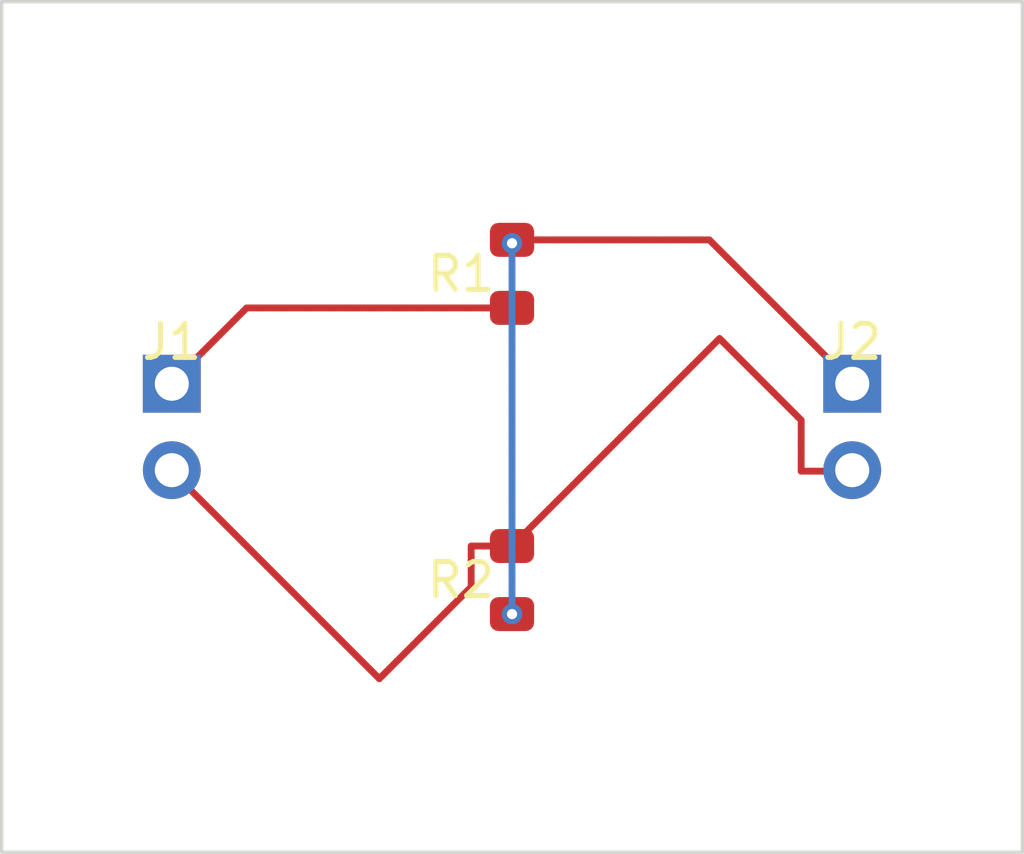
<source format=kicad_pcb>
(kicad_pcb (version 20240108) (generator "kicad-tools-demo") (generator_version "8.0")
  (layers (0 "F.Cu" signal) (31 "B.Cu" signal) (34 "B.Paste" user) (35 "F.Paste" user) (36 "B.SilkS" user "B.Silkscreen") (37 "F.SilkS" user "F.Silkscreen") (38 "B.Mask" user) (39 "F.Mask" user) (44 "Edge.Cuts" user))
  (net 0 "")
  (net 1 "VIN")
  (net 2 "VOUT")
  (net 3 "GND")
  (gr_rect (start 100.0 100.0) (end 130.0 125.0) (stroke (width 0.1)) (fill none) (layer "Edge.Cuts"))
  (footprint "Connector_PinHeader_2.54mm:PinHeader_1x02_P2.54mm_Vertical" (layer "F.Cu") (at 105.0 112.5)
    (fp_text reference "J1" (at 0 -2.5) (layer "F.SilkS"))
    (fp_text value "Conn_01x02")
    (pad "1" thru_hole rect (at 0 -1.270) (size 1.7 1.7) (drill 1.0) (layers "*.Cu" "*.Mask") (net 1 "VIN"))
    (pad "2" thru_hole oval (at 0 1.270) (size 1.7 1.7) (drill 1.0) (layers "*.Cu" "*.Mask") (net 3 "GND"))
  )
  (footprint "Resistor_SMD:R_0805_2012Metric" (layer "F.Cu") (at 115.0 108.0 90)
    (fp_text reference "R1" (at 0 -1.5) (layer "F.SilkS"))
    (fp_text value "10k")
    (pad "1" smd roundrect (at -1.0 0 90) (size 1.0 1.3) (layers "F.Cu" "F.Paste" "F.Mask") (net 1 "VIN"))
    (pad "2" smd roundrect (at 1.0 0 90) (size 1.0 1.3) (layers "F.Cu" "F.Paste" "F.Mask") (net 2 "VOUT"))
  )
  (footprint "Resistor_SMD:R_0805_2012Metric" (layer "F.Cu") (at 115.0 117.0 90)
    (fp_text reference "R2" (at 0 -1.5) (layer "F.SilkS"))
    (fp_text value "10k")
    (pad "1" smd roundrect (at -1.0 0 90) (size 1.0 1.3) (layers "F.Cu" "F.Paste" "F.Mask") (net 2 "VOUT"))
    (pad "2" smd roundrect (at 1.0 0 90) (size 1.0 1.3) (layers "F.Cu" "F.Paste" "F.Mask") (net 3 "GND"))
  )
  (footprint "Connector_PinHeader_2.54mm:PinHeader_1x02_P2.54mm_Vertical" (layer "F.Cu") (at 125.0 112.5)
    (fp_text reference "J2" (at 0 -2.5) (layer "F.SilkS"))
    (fp_text value "Conn_01x02")
    (pad "1" thru_hole rect (at 0 -1.270) (size 1.7 1.7) (drill 1.0) (layers "*.Cu" "*.Mask") (net 2 "VOUT"))
    (pad "2" thru_hole oval (at 0 1.270) (size 1.7 1.7) (drill 1.0) (layers "*.Cu" "*.Mask") (net 3 "GND"))
  )
  (segment (start 105.0000 113.7700) (end 105.0000 113.8000) (width 0.2) (layer "F.Cu") (net 3))
  (segment (start 105.0000 113.8000) (end 105.1000 113.9000) (width 0.2) (layer "F.Cu") (net 3))
  (segment (start 105.1000 113.9000) (end 105.2000 114.0000) (width 0.2) (layer "F.Cu") (net 3))
  (segment (start 105.2000 114.0000) (end 105.3000 114.1000) (width 0.2) (layer "F.Cu") (net 3))
  (segment (start 105.3000 114.1000) (end 105.4000 114.2000) (width 0.2) (layer "F.Cu") (net 3))
  (segment (start 105.4000 114.2000) (end 105.5000 114.3000) (width 0.2) (layer "F.Cu") (net 3))
  (segment (start 105.5000 114.3000) (end 105.6000 114.4000) (width 0.2) (layer "F.Cu") (net 3))
  (segment (start 105.6000 114.4000) (end 105.7000 114.5000) (width 0.2) (layer "F.Cu") (net 3))
  (segment (start 105.7000 114.5000) (end 105.8000 114.6000) (width 0.2) (layer "F.Cu") (net 3))
  (segment (start 105.8000 114.6000) (end 105.9000 114.7000) (width 0.2) (layer "F.Cu") (net 3))
  (segment (start 105.9000 114.7000) (end 106.0000 114.8000) (width 0.2) (layer "F.Cu") (net 3))
  (segment (start 106.0000 114.8000) (end 106.1000 114.9000) (width 0.2) (layer "F.Cu") (net 3))
  (segment (start 106.1000 114.9000) (end 106.2000 115.0000) (width 0.2) (layer "F.Cu") (net 3))
  (segment (start 106.2000 115.0000) (end 106.3000 115.1000) (width 0.2) (layer "F.Cu") (net 3))
  (segment (start 106.3000 115.1000) (end 106.4000 115.2000) (width 0.2) (layer "F.Cu") (net 3))
  (segment (start 106.4000 115.2000) (end 106.5000 115.3000) (width 0.2) (layer "F.Cu") (net 3))
  (segment (start 106.5000 115.3000) (end 106.6000 115.4000) (width 0.2) (layer "F.Cu") (net 3))
  (segment (start 106.6000 115.4000) (end 106.7000 115.5000) (width 0.2) (layer "F.Cu") (net 3))
  (segment (start 106.7000 115.5000) (end 106.8000 115.6000) (width 0.2) (layer "F.Cu") (net 3))
  (segment (start 106.8000 115.6000) (end 106.9000 115.7000) (width 0.2) (layer "F.Cu") (net 3))
  (segment (start 106.9000 115.7000) (end 107.0000 115.8000) (width 0.2) (layer "F.Cu") (net 3))
  (segment (start 107.0000 115.8000) (end 107.1000 115.9000) (width 0.2) (layer "F.Cu") (net 3))
  (segment (start 107.1000 115.9000) (end 107.2000 116.0000) (width 0.2) (layer "F.Cu") (net 3))
  (segment (start 107.2000 116.0000) (end 107.3000 116.1000) (width 0.2) (layer "F.Cu") (net 3))
  (segment (start 107.3000 116.1000) (end 107.4000 116.2000) (width 0.2) (layer "F.Cu") (net 3))
  (segment (start 107.4000 116.2000) (end 107.5000 116.3000) (width 0.2) (layer "F.Cu") (net 3))
  (segment (start 107.5000 116.3000) (end 107.6000 116.4000) (width 0.2) (layer "F.Cu") (net 3))
  (segment (start 107.6000 116.4000) (end 107.7000 116.5000) (width 0.2) (layer "F.Cu") (net 3))
  (segment (start 107.7000 116.5000) (end 107.8000 116.6000) (width 0.2) (layer "F.Cu") (net 3))
  (segment (start 107.8000 116.6000) (end 107.9000 116.7000) (width 0.2) (layer "F.Cu") (net 3))
  (segment (start 107.9000 116.7000) (end 108.0000 116.8000) (width 0.2) (layer "F.Cu") (net 3))
  (segment (start 108.0000 116.8000) (end 108.1000 116.9000) (width 0.2) (layer "F.Cu") (net 3))
  (segment (start 108.1000 116.9000) (end 108.2000 117.0000) (width 0.2) (layer "F.Cu") (net 3))
  (segment (start 108.2000 117.0000) (end 108.3000 117.1000) (width 0.2) (layer "F.Cu") (net 3))
  (segment (start 108.3000 117.1000) (end 108.4000 117.2000) (width 0.2) (layer "F.Cu") (net 3))
  (segment (start 108.4000 117.2000) (end 108.5000 117.3000) (width 0.2) (layer "F.Cu") (net 3))
  (segment (start 108.5000 117.3000) (end 108.6000 117.4000) (width 0.2) (layer "F.Cu") (net 3))
  (segment (start 108.6000 117.4000) (end 108.7000 117.5000) (width 0.2) (layer "F.Cu") (net 3))
  (segment (start 108.7000 117.5000) (end 108.8000 117.6000) (width 0.2) (layer "F.Cu") (net 3))
  (segment (start 108.8000 117.6000) (end 108.9000 117.7000) (width 0.2) (layer "F.Cu") (net 3))
  (segment (start 108.9000 117.7000) (end 109.0000 117.8000) (width 0.2) (layer "F.Cu") (net 3))
  (segment (start 109.0000 117.8000) (end 109.1000 117.9000) (width 0.2) (layer "F.Cu") (net 3))
  (segment (start 109.1000 117.9000) (end 109.2000 118.0000) (width 0.2) (layer "F.Cu") (net 3))
  (segment (start 109.2000 118.0000) (end 109.3000 118.1000) (width 0.2) (layer "F.Cu") (net 3))
  (segment (start 109.3000 118.1000) (end 109.4000 118.2000) (width 0.2) (layer "F.Cu") (net 3))
  (segment (start 109.4000 118.2000) (end 109.5000 118.3000) (width 0.2) (layer "F.Cu") (net 3))
  (segment (start 109.5000 118.3000) (end 109.6000 118.4000) (width 0.2) (layer "F.Cu") (net 3))
  (segment (start 109.6000 118.4000) (end 109.7000 118.5000) (width 0.2) (layer "F.Cu") (net 3))
  (segment (start 109.7000 118.5000) (end 109.8000 118.6000) (width 0.2) (layer "F.Cu") (net 3))
  (segment (start 109.8000 118.6000) (end 109.9000 118.7000) (width 0.2) (layer "F.Cu") (net 3))
  (segment (start 109.9000 118.7000) (end 110.0000 118.8000) (width 0.2) (layer "F.Cu") (net 3))
  (segment (start 110.0000 118.8000) (end 110.1000 118.9000) (width 0.2) (layer "F.Cu") (net 3))
  (segment (start 110.1000 118.9000) (end 110.2000 119.0000) (width 0.2) (layer "F.Cu") (net 3))
  (segment (start 110.2000 119.0000) (end 110.3000 119.1000) (width 0.2) (layer "F.Cu") (net 3))
  (segment (start 110.3000 119.1000) (end 110.4000 119.2000) (width 0.2) (layer "F.Cu") (net 3))
  (segment (start 110.4000 119.2000) (end 110.5000 119.3000) (width 0.2) (layer "F.Cu") (net 3))
  (segment (start 110.5000 119.3000) (end 110.6000 119.4000) (width 0.2) (layer "F.Cu") (net 3))
  (segment (start 110.6000 119.4000) (end 110.7000 119.5000) (width 0.2) (layer "F.Cu") (net 3))
  (segment (start 110.7000 119.5000) (end 110.8000 119.6000) (width 0.2) (layer "F.Cu") (net 3))
  (segment (start 110.8000 119.6000) (end 110.9000 119.7000) (width 0.2) (layer "F.Cu") (net 3))
  (segment (start 110.9000 119.7000) (end 111.0000 119.8000) (width 0.2) (layer "F.Cu") (net 3))
  (segment (start 111.0000 119.8000) (end 111.1000 119.9000) (width 0.2) (layer "F.Cu") (net 3))
  (segment (start 111.1000 119.9000) (end 111.2000 119.8000) (width 0.2) (layer "F.Cu") (net 3))
  (segment (start 111.2000 119.8000) (end 111.3000 119.7000) (width 0.2) (layer "F.Cu") (net 3))
  (segment (start 111.3000 119.7000) (end 111.4000 119.6000) (width 0.2) (layer "F.Cu") (net 3))
  (segment (start 111.4000 119.6000) (end 111.5000 119.5000) (width 0.2) (layer "F.Cu") (net 3))
  (segment (start 111.5000 119.5000) (end 111.6000 119.4000) (width 0.2) (layer "F.Cu") (net 3))
  (segment (start 111.6000 119.4000) (end 111.7000 119.3000) (width 0.2) (layer "F.Cu") (net 3))
  (segment (start 111.7000 119.3000) (end 111.8000 119.2000) (width 0.2) (layer "F.Cu") (net 3))
  (segment (start 111.8000 119.2000) (end 111.9000 119.1000) (width 0.2) (layer "F.Cu") (net 3))
  (segment (start 111.9000 119.1000) (end 112.0000 119.0000) (width 0.2) (layer "F.Cu") (net 3))
  (segment (start 112.0000 119.0000) (end 112.1000 118.9000) (width 0.2) (layer "F.Cu") (net 3))
  (segment (start 112.1000 118.9000) (end 112.2000 118.8000) (width 0.2) (layer "F.Cu") (net 3))
  (segment (start 112.2000 118.8000) (end 112.3000 118.7000) (width 0.2) (layer "F.Cu") (net 3))
  (segment (start 112.3000 118.7000) (end 112.4000 118.6000) (width 0.2) (layer "F.Cu") (net 3))
  (segment (start 112.4000 118.6000) (end 112.5000 118.5000) (width 0.2) (layer "F.Cu") (net 3))
  (segment (start 112.5000 118.5000) (end 112.6000 118.4000) (width 0.2) (layer "F.Cu") (net 3))
  (segment (start 112.6000 118.4000) (end 112.7000 118.3000) (width 0.2) (layer "F.Cu") (net 3))
  (segment (start 112.7000 118.3000) (end 112.8000 118.2000) (width 0.2) (layer "F.Cu") (net 3))
  (segment (start 112.8000 118.2000) (end 112.9000 118.1000) (width 0.2) (layer "F.Cu") (net 3))
  (segment (start 112.9000 118.1000) (end 113.0000 118.0000) (width 0.2) (layer "F.Cu") (net 3))
  (segment (start 113.0000 118.0000) (end 113.1000 117.9000) (width 0.2) (layer "F.Cu") (net 3))
  (segment (start 113.1000 117.9000) (end 113.2000 117.8000) (width 0.2) (layer "F.Cu") (net 3))
  (segment (start 113.2000 117.8000) (end 113.3000 117.7000) (width 0.2) (layer "F.Cu") (net 3))
  (segment (start 113.3000 117.7000) (end 113.4000 117.6000) (width 0.2) (layer "F.Cu") (net 3))
  (segment (start 113.4000 117.6000) (end 113.5000 117.5000) (width 0.2) (layer "F.Cu") (net 3))
  (segment (start 113.5000 117.5000) (end 113.6000 117.4000) (width 0.2) (layer "F.Cu") (net 3))
  (segment (start 113.6000 117.4000) (end 113.7000 117.3000) (width 0.2) (layer "F.Cu") (net 3))
  (segment (start 113.7000 117.3000) (end 113.8000 117.2000) (width 0.2) (layer "F.Cu") (net 3))
  (segment (start 113.8000 117.2000) (end 113.8000 117.1000) (width 0.2) (layer "F.Cu") (net 3))
  (segment (start 113.8000 117.1000) (end 113.8000 117.0000) (width 0.2) (layer "F.Cu") (net 3))
  (segment (start 113.8000 117.0000) (end 113.8000 116.9000) (width 0.2) (layer "F.Cu") (net 3))
  (segment (start 113.8000 116.9000) (end 113.8000 116.8000) (width 0.2) (layer "F.Cu") (net 3))
  (segment (start 113.8000 116.8000) (end 113.8000 116.7000) (width 0.2) (layer "F.Cu") (net 3))
  (segment (start 113.8000 116.7000) (end 113.8000 116.6000) (width 0.2) (layer "F.Cu") (net 3))
  (segment (start 113.8000 116.6000) (end 113.8000 116.5000) (width 0.2) (layer "F.Cu") (net 3))
  (segment (start 113.8000 116.5000) (end 113.8000 116.4000) (width 0.2) (layer "F.Cu") (net 3))
  (segment (start 113.8000 116.4000) (end 113.8000 116.3000) (width 0.2) (layer "F.Cu") (net 3))
  (segment (start 113.8000 116.3000) (end 113.8000 116.2000) (width 0.2) (layer "F.Cu") (net 3))
  (segment (start 113.8000 116.2000) (end 113.8000 116.1000) (width 0.2) (layer "F.Cu") (net 3))
  (segment (start 113.8000 116.1000) (end 113.8000 116.0000) (width 0.2) (layer "F.Cu") (net 3))
  (segment (start 113.8000 116.0000) (end 113.9000 116.0000) (width 0.2) (layer "F.Cu") (net 3))
  (segment (start 113.9000 116.0000) (end 114.0000 116.0000) (width 0.2) (layer "F.Cu") (net 3))
  (segment (start 114.0000 116.0000) (end 114.1000 116.0000) (width 0.2) (layer "F.Cu") (net 3))
  (segment (start 114.1000 116.0000) (end 114.2000 116.0000) (width 0.2) (layer "F.Cu") (net 3))
  (segment (start 114.2000 116.0000) (end 114.3000 116.0000) (width 0.2) (layer "F.Cu") (net 3))
  (segment (start 114.3000 116.0000) (end 114.4000 116.0000) (width 0.2) (layer "F.Cu") (net 3))
  (segment (start 114.4000 116.0000) (end 114.5000 116.0000) (width 0.2) (layer "F.Cu") (net 3))
  (segment (start 114.5000 116.0000) (end 114.6000 116.0000) (width 0.2) (layer "F.Cu") (net 3))
  (segment (start 114.6000 116.0000) (end 114.7000 116.0000) (width 0.2) (layer "F.Cu") (net 3))
  (segment (start 114.7000 116.0000) (end 114.8000 116.0000) (width 0.2) (layer "F.Cu") (net 3))
  (segment (start 114.8000 116.0000) (end 114.9000 116.0000) (width 0.2) (layer "F.Cu") (net 3))
  (segment (start 114.9000 116.0000) (end 115.0000 116.0000) (width 0.2) (layer "F.Cu") (net 3))
  (segment (start 115.0000 116.0000) (end 115.1000 115.9000) (width 0.2) (layer "F.Cu") (net 3))
  (segment (start 115.1000 115.9000) (end 115.2000 115.8000) (width 0.2) (layer "F.Cu") (net 3))
  (segment (start 115.2000 115.8000) (end 115.3000 115.7000) (width 0.2) (layer "F.Cu") (net 3))
  (segment (start 115.3000 115.7000) (end 115.4000 115.6000) (width 0.2) (layer "F.Cu") (net 3))
  (segment (start 115.4000 115.6000) (end 115.5000 115.5000) (width 0.2) (layer "F.Cu") (net 3))
  (segment (start 115.5000 115.5000) (end 115.6000 115.4000) (width 0.2) (layer "F.Cu") (net 3))
  (segment (start 115.6000 115.4000) (end 115.7000 115.3000) (width 0.2) (layer "F.Cu") (net 3))
  (segment (start 115.7000 115.3000) (end 115.8000 115.2000) (width 0.2) (layer "F.Cu") (net 3))
  (segment (start 115.8000 115.2000) (end 115.9000 115.1000) (width 0.2) (layer "F.Cu") (net 3))
  (segment (start 115.9000 115.1000) (end 116.0000 115.0000) (width 0.2) (layer "F.Cu") (net 3))
  (segment (start 116.0000 115.0000) (end 116.1000 114.9000) (width 0.2) (layer "F.Cu") (net 3))
  (segment (start 116.1000 114.9000) (end 116.2000 114.8000) (width 0.2) (layer "F.Cu") (net 3))
  (segment (start 116.2000 114.8000) (end 116.3000 114.7000) (width 0.2) (layer "F.Cu") (net 3))
  (segment (start 116.3000 114.7000) (end 116.4000 114.6000) (width 0.2) (layer "F.Cu") (net 3))
  (segment (start 116.4000 114.6000) (end 116.5000 114.5000) (width 0.2) (layer "F.Cu") (net 3))
  (segment (start 116.5000 114.5000) (end 116.6000 114.4000) (width 0.2) (layer "F.Cu") (net 3))
  (segment (start 116.6000 114.4000) (end 116.7000 114.3000) (width 0.2) (layer "F.Cu") (net 3))
  (segment (start 116.7000 114.3000) (end 116.8000 114.2000) (width 0.2) (layer "F.Cu") (net 3))
  (segment (start 116.8000 114.2000) (end 116.9000 114.1000) (width 0.2) (layer "F.Cu") (net 3))
  (segment (start 116.9000 114.1000) (end 117.0000 114.0000) (width 0.2) (layer "F.Cu") (net 3))
  (segment (start 117.0000 114.0000) (end 117.1000 113.9000) (width 0.2) (layer "F.Cu") (net 3))
  (segment (start 117.1000 113.9000) (end 117.2000 113.8000) (width 0.2) (layer "F.Cu") (net 3))
  (segment (start 117.2000 113.8000) (end 117.3000 113.7000) (width 0.2) (layer "F.Cu") (net 3))
  (segment (start 117.3000 113.7000) (end 117.4000 113.6000) (width 0.2) (layer "F.Cu") (net 3))
  (segment (start 117.4000 113.6000) (end 117.5000 113.5000) (width 0.2) (layer "F.Cu") (net 3))
  (segment (start 117.5000 113.5000) (end 117.6000 113.4000) (width 0.2) (layer "F.Cu") (net 3))
  (segment (start 117.6000 113.4000) (end 117.7000 113.3000) (width 0.2) (layer "F.Cu") (net 3))
  (segment (start 117.7000 113.3000) (end 117.8000 113.2000) (width 0.2) (layer "F.Cu") (net 3))
  (segment (start 117.8000 113.2000) (end 117.9000 113.1000) (width 0.2) (layer "F.Cu") (net 3))
  (segment (start 117.9000 113.1000) (end 118.0000 113.0000) (width 0.2) (layer "F.Cu") (net 3))
  (segment (start 118.0000 113.0000) (end 118.1000 112.9000) (width 0.2) (layer "F.Cu") (net 3))
  (segment (start 118.1000 112.9000) (end 118.2000 112.8000) (width 0.2) (layer "F.Cu") (net 3))
  (segment (start 118.2000 112.8000) (end 118.3000 112.7000) (width 0.2) (layer "F.Cu") (net 3))
  (segment (start 118.3000 112.7000) (end 118.4000 112.6000) (width 0.2) (layer "F.Cu") (net 3))
  (segment (start 118.4000 112.6000) (end 118.5000 112.5000) (width 0.2) (layer "F.Cu") (net 3))
  (segment (start 118.5000 112.5000) (end 118.6000 112.4000) (width 0.2) (layer "F.Cu") (net 3))
  (segment (start 118.6000 112.4000) (end 118.7000 112.3000) (width 0.2) (layer "F.Cu") (net 3))
  (segment (start 118.7000 112.3000) (end 118.8000 112.2000) (width 0.2) (layer "F.Cu") (net 3))
  (segment (start 118.8000 112.2000) (end 118.9000 112.1000) (width 0.2) (layer "F.Cu") (net 3))
  (segment (start 118.9000 112.1000) (end 119.0000 112.0000) (width 0.2) (layer "F.Cu") (net 3))
  (segment (start 119.0000 112.0000) (end 119.1000 111.9000) (width 0.2) (layer "F.Cu") (net 3))
  (segment (start 119.1000 111.9000) (end 119.2000 111.8000) (width 0.2) (layer "F.Cu") (net 3))
  (segment (start 119.2000 111.8000) (end 119.3000 111.7000) (width 0.2) (layer "F.Cu") (net 3))
  (segment (start 119.3000 111.7000) (end 119.4000 111.6000) (width 0.2) (layer "F.Cu") (net 3))
  (segment (start 119.4000 111.6000) (end 119.5000 111.5000) (width 0.2) (layer "F.Cu") (net 3))
  (segment (start 119.5000 111.5000) (end 119.6000 111.4000) (width 0.2) (layer "F.Cu") (net 3))
  (segment (start 119.6000 111.4000) (end 119.7000 111.3000) (width 0.2) (layer "F.Cu") (net 3))
  (segment (start 119.7000 111.3000) (end 119.8000 111.2000) (width 0.2) (layer "F.Cu") (net 3))
  (segment (start 119.8000 111.2000) (end 119.9000 111.1000) (width 0.2) (layer "F.Cu") (net 3))
  (segment (start 119.9000 111.1000) (end 120.0000 111.0000) (width 0.2) (layer "F.Cu") (net 3))
  (segment (start 120.0000 111.0000) (end 120.1000 110.9000) (width 0.2) (layer "F.Cu") (net 3))
  (segment (start 120.1000 110.9000) (end 120.2000 110.8000) (width 0.2) (layer "F.Cu") (net 3))
  (segment (start 120.2000 110.8000) (end 120.3000 110.7000) (width 0.2) (layer "F.Cu") (net 3))
  (segment (start 120.3000 110.7000) (end 120.4000 110.6000) (width 0.2) (layer "F.Cu") (net 3))
  (segment (start 120.4000 110.6000) (end 120.5000 110.5000) (width 0.2) (layer "F.Cu") (net 3))
  (segment (start 120.5000 110.5000) (end 120.6000 110.4000) (width 0.2) (layer "F.Cu") (net 3))
  (segment (start 120.6000 110.4000) (end 120.7000 110.3000) (width 0.2) (layer "F.Cu") (net 3))
  (segment (start 120.7000 110.3000) (end 120.8000 110.2000) (width 0.2) (layer "F.Cu") (net 3))
  (segment (start 120.8000 110.2000) (end 120.9000 110.1000) (width 0.2) (layer "F.Cu") (net 3))
  (segment (start 120.9000 110.1000) (end 121.0000 110.0000) (width 0.2) (layer "F.Cu") (net 3))
  (segment (start 121.0000 110.0000) (end 121.1000 109.9000) (width 0.2) (layer "F.Cu") (net 3))
  (segment (start 121.1000 109.9000) (end 121.2000 110.0000) (width 0.2) (layer "F.Cu") (net 3))
  (segment (start 121.2000 110.0000) (end 121.3000 110.1000) (width 0.2) (layer "F.Cu") (net 3))
  (segment (start 121.3000 110.1000) (end 121.4000 110.2000) (width 0.2) (layer "F.Cu") (net 3))
  (segment (start 121.4000 110.2000) (end 121.5000 110.3000) (width 0.2) (layer "F.Cu") (net 3))
  (segment (start 121.5000 110.3000) (end 121.6000 110.4000) (width 0.2) (layer "F.Cu") (net 3))
  (segment (start 121.6000 110.4000) (end 121.7000 110.5000) (width 0.2) (layer "F.Cu") (net 3))
  (segment (start 121.7000 110.5000) (end 121.8000 110.6000) (width 0.2) (layer "F.Cu") (net 3))
  (segment (start 121.8000 110.6000) (end 121.9000 110.7000) (width 0.2) (layer "F.Cu") (net 3))
  (segment (start 121.9000 110.7000) (end 122.0000 110.8000) (width 0.2) (layer "F.Cu") (net 3))
  (segment (start 122.0000 110.8000) (end 122.1000 110.9000) (width 0.2) (layer "F.Cu") (net 3))
  (segment (start 122.1000 110.9000) (end 122.2000 111.0000) (width 0.2) (layer "F.Cu") (net 3))
  (segment (start 122.2000 111.0000) (end 122.3000 111.1000) (width 0.2) (layer "F.Cu") (net 3))
  (segment (start 122.3000 111.1000) (end 122.4000 111.2000) (width 0.2) (layer "F.Cu") (net 3))
  (segment (start 122.4000 111.2000) (end 122.5000 111.3000) (width 0.2) (layer "F.Cu") (net 3))
  (segment (start 122.5000 111.3000) (end 122.6000 111.4000) (width 0.2) (layer "F.Cu") (net 3))
  (segment (start 122.6000 111.4000) (end 122.7000 111.5000) (width 0.2) (layer "F.Cu") (net 3))
  (segment (start 122.7000 111.5000) (end 122.8000 111.6000) (width 0.2) (layer "F.Cu") (net 3))
  (segment (start 122.8000 111.6000) (end 122.9000 111.7000) (width 0.2) (layer "F.Cu") (net 3))
  (segment (start 122.9000 111.7000) (end 123.0000 111.8000) (width 0.2) (layer "F.Cu") (net 3))
  (segment (start 123.0000 111.8000) (end 123.1000 111.9000) (width 0.2) (layer "F.Cu") (net 3))
  (segment (start 123.1000 111.9000) (end 123.2000 112.0000) (width 0.2) (layer "F.Cu") (net 3))
  (segment (start 123.2000 112.0000) (end 123.3000 112.1000) (width 0.2) (layer "F.Cu") (net 3))
  (segment (start 123.3000 112.1000) (end 123.4000 112.2000) (width 0.2) (layer "F.Cu") (net 3))
  (segment (start 123.4000 112.2000) (end 123.5000 112.3000) (width 0.2) (layer "F.Cu") (net 3))
  (segment (start 123.5000 112.3000) (end 123.5000 112.4000) (width 0.2) (layer "F.Cu") (net 3))
  (segment (start 123.5000 112.4000) (end 123.5000 112.5000) (width 0.2) (layer "F.Cu") (net 3))
  (segment (start 123.5000 112.5000) (end 123.5000 112.6000) (width 0.2) (layer "F.Cu") (net 3))
  (segment (start 123.5000 112.6000) (end 123.5000 112.7000) (width 0.2) (layer "F.Cu") (net 3))
  (segment (start 123.5000 112.7000) (end 123.5000 112.8000) (width 0.2) (layer "F.Cu") (net 3))
  (segment (start 123.5000 112.8000) (end 123.5000 112.9000) (width 0.2) (layer "F.Cu") (net 3))
  (segment (start 123.5000 112.9000) (end 123.5000 113.0000) (width 0.2) (layer "F.Cu") (net 3))
  (segment (start 123.5000 113.0000) (end 123.5000 113.1000) (width 0.2) (layer "F.Cu") (net 3))
  (segment (start 123.5000 113.1000) (end 123.5000 113.2000) (width 0.2) (layer "F.Cu") (net 3))
  (segment (start 123.5000 113.2000) (end 123.5000 113.3000) (width 0.2) (layer "F.Cu") (net 3))
  (segment (start 123.5000 113.3000) (end 123.5000 113.4000) (width 0.2) (layer "F.Cu") (net 3))
  (segment (start 123.5000 113.4000) (end 123.5000 113.5000) (width 0.2) (layer "F.Cu") (net 3))
  (segment (start 123.5000 113.5000) (end 123.5000 113.6000) (width 0.2) (layer "F.Cu") (net 3))
  (segment (start 123.5000 113.6000) (end 123.5000 113.7000) (width 0.2) (layer "F.Cu") (net 3))
  (segment (start 123.5000 113.7000) (end 123.5000 113.8000) (width 0.2) (layer "F.Cu") (net 3))
  (segment (start 123.5000 113.8000) (end 123.6000 113.8000) (width 0.2) (layer "F.Cu") (net 3))
  (segment (start 123.6000 113.8000) (end 123.7000 113.8000) (width 0.2) (layer "F.Cu") (net 3))
  (segment (start 123.7000 113.8000) (end 123.8000 113.8000) (width 0.2) (layer "F.Cu") (net 3))
  (segment (start 123.8000 113.8000) (end 123.9000 113.8000) (width 0.2) (layer "F.Cu") (net 3))
  (segment (start 123.9000 113.8000) (end 124.0000 113.8000) (width 0.2) (layer "F.Cu") (net 3))
  (segment (start 124.0000 113.8000) (end 124.1000 113.8000) (width 0.2) (layer "F.Cu") (net 3))
  (segment (start 124.1000 113.8000) (end 124.2000 113.8000) (width 0.2) (layer "F.Cu") (net 3))
  (segment (start 124.2000 113.8000) (end 124.3000 113.8000) (width 0.2) (layer "F.Cu") (net 3))
  (segment (start 124.3000 113.8000) (end 124.4000 113.8000) (width 0.2) (layer "F.Cu") (net 3))
  (segment (start 124.4000 113.8000) (end 124.5000 113.8000) (width 0.2) (layer "F.Cu") (net 3))
  (segment (start 124.5000 113.8000) (end 124.6000 113.8000) (width 0.2) (layer "F.Cu") (net 3))
  (segment (start 124.6000 113.8000) (end 124.7000 113.8000) (width 0.2) (layer "F.Cu") (net 3))
  (segment (start 124.7000 113.8000) (end 124.8000 113.8000) (width 0.2) (layer "F.Cu") (net 3))
  (segment (start 124.8000 113.8000) (end 124.9000 113.8000) (width 0.2) (layer "F.Cu") (net 3))
  (segment (start 124.9000 113.8000) (end 125.0000 113.8000) (width 0.2) (layer "F.Cu") (net 3))
  (segment (start 125.0000 113.8000) (end 125.0000 113.7700) (width 0.2) (layer "F.Cu") (net 3))
  (segment (start 105.0000 111.2300) (end 105.0000 111.2000) (width 0.2) (layer "F.Cu") (net 1))
  (segment (start 105.0000 111.2000) (end 105.1000 111.1000) (width 0.2) (layer "F.Cu") (net 1))
  (segment (start 105.1000 111.1000) (end 105.2000 111.0000) (width 0.2) (layer "F.Cu") (net 1))
  (segment (start 105.2000 111.0000) (end 105.3000 110.9000) (width 0.2) (layer "F.Cu") (net 1))
  (segment (start 105.3000 110.9000) (end 105.4000 110.8000) (width 0.2) (layer "F.Cu") (net 1))
  (segment (start 105.4000 110.8000) (end 105.5000 110.7000) (width 0.2) (layer "F.Cu") (net 1))
  (segment (start 105.5000 110.7000) (end 105.6000 110.6000) (width 0.2) (layer "F.Cu") (net 1))
  (segment (start 105.6000 110.6000) (end 105.7000 110.5000) (width 0.2) (layer "F.Cu") (net 1))
  (segment (start 105.7000 110.5000) (end 105.8000 110.4000) (width 0.2) (layer "F.Cu") (net 1))
  (segment (start 105.8000 110.4000) (end 105.9000 110.3000) (width 0.2) (layer "F.Cu") (net 1))
  (segment (start 105.9000 110.3000) (end 106.0000 110.2000) (width 0.2) (layer "F.Cu") (net 1))
  (segment (start 106.0000 110.2000) (end 106.1000 110.1000) (width 0.2) (layer "F.Cu") (net 1))
  (segment (start 106.1000 110.1000) (end 106.2000 110.0000) (width 0.2) (layer "F.Cu") (net 1))
  (segment (start 106.2000 110.0000) (end 106.3000 109.9000) (width 0.2) (layer "F.Cu") (net 1))
  (segment (start 106.3000 109.9000) (end 106.4000 109.8000) (width 0.2) (layer "F.Cu") (net 1))
  (segment (start 106.4000 109.8000) (end 106.5000 109.7000) (width 0.2) (layer "F.Cu") (net 1))
  (segment (start 106.5000 109.7000) (end 106.6000 109.6000) (width 0.2) (layer "F.Cu") (net 1))
  (segment (start 106.6000 109.6000) (end 106.7000 109.5000) (width 0.2) (layer "F.Cu") (net 1))
  (segment (start 106.7000 109.5000) (end 106.8000 109.4000) (width 0.2) (layer "F.Cu") (net 1))
  (segment (start 106.8000 109.4000) (end 106.9000 109.3000) (width 0.2) (layer "F.Cu") (net 1))
  (segment (start 106.9000 109.3000) (end 107.0000 109.2000) (width 0.2) (layer "F.Cu") (net 1))
  (segment (start 107.0000 109.2000) (end 107.1000 109.1000) (width 0.2) (layer "F.Cu") (net 1))
  (segment (start 107.1000 109.1000) (end 107.2000 109.0000) (width 0.2) (layer "F.Cu") (net 1))
  (segment (start 107.2000 109.0000) (end 107.3000 109.0000) (width 0.2) (layer "F.Cu") (net 1))
  (segment (start 107.3000 109.0000) (end 107.4000 109.0000) (width 0.2) (layer "F.Cu") (net 1))
  (segment (start 107.4000 109.0000) (end 107.5000 109.0000) (width 0.2) (layer "F.Cu") (net 1))
  (segment (start 107.5000 109.0000) (end 107.6000 109.0000) (width 0.2) (layer "F.Cu") (net 1))
  (segment (start 107.6000 109.0000) (end 107.7000 109.0000) (width 0.2) (layer "F.Cu") (net 1))
  (segment (start 107.7000 109.0000) (end 107.8000 109.0000) (width 0.2) (layer "F.Cu") (net 1))
  (segment (start 107.8000 109.0000) (end 107.9000 109.0000) (width 0.2) (layer "F.Cu") (net 1))
  (segment (start 107.9000 109.0000) (end 108.0000 109.0000) (width 0.2) (layer "F.Cu") (net 1))
  (segment (start 108.0000 109.0000) (end 108.1000 109.0000) (width 0.2) (layer "F.Cu") (net 1))
  (segment (start 108.1000 109.0000) (end 108.2000 109.0000) (width 0.2) (layer "F.Cu") (net 1))
  (segment (start 108.2000 109.0000) (end 108.3000 109.0000) (width 0.2) (layer "F.Cu") (net 1))
  (segment (start 108.3000 109.0000) (end 108.4000 109.0000) (width 0.2) (layer "F.Cu") (net 1))
  (segment (start 108.4000 109.0000) (end 108.5000 109.0000) (width 0.2) (layer "F.Cu") (net 1))
  (segment (start 108.5000 109.0000) (end 108.6000 109.0000) (width 0.2) (layer "F.Cu") (net 1))
  (segment (start 108.6000 109.0000) (end 108.7000 109.0000) (width 0.2) (layer "F.Cu") (net 1))
  (segment (start 108.7000 109.0000) (end 108.8000 109.0000) (width 0.2) (layer "F.Cu") (net 1))
  (segment (start 108.8000 109.0000) (end 108.9000 109.0000) (width 0.2) (layer "F.Cu") (net 1))
  (segment (start 108.9000 109.0000) (end 109.0000 109.0000) (width 0.2) (layer "F.Cu") (net 1))
  (segment (start 109.0000 109.0000) (end 109.1000 109.0000) (width 0.2) (layer "F.Cu") (net 1))
  (segment (start 109.1000 109.0000) (end 109.2000 109.0000) (width 0.2) (layer "F.Cu") (net 1))
  (segment (start 109.2000 109.0000) (end 109.3000 109.0000) (width 0.2) (layer "F.Cu") (net 1))
  (segment (start 109.3000 109.0000) (end 109.4000 109.0000) (width 0.2) (layer "F.Cu") (net 1))
  (segment (start 109.4000 109.0000) (end 109.5000 109.0000) (width 0.2) (layer "F.Cu") (net 1))
  (segment (start 109.5000 109.0000) (end 109.6000 109.0000) (width 0.2) (layer "F.Cu") (net 1))
  (segment (start 109.6000 109.0000) (end 109.7000 109.0000) (width 0.2) (layer "F.Cu") (net 1))
  (segment (start 109.7000 109.0000) (end 109.8000 109.0000) (width 0.2) (layer "F.Cu") (net 1))
  (segment (start 109.8000 109.0000) (end 109.9000 109.0000) (width 0.2) (layer "F.Cu") (net 1))
  (segment (start 109.9000 109.0000) (end 110.0000 109.0000) (width 0.2) (layer "F.Cu") (net 1))
  (segment (start 110.0000 109.0000) (end 110.1000 109.0000) (width 0.2) (layer "F.Cu") (net 1))
  (segment (start 110.1000 109.0000) (end 110.2000 109.0000) (width 0.2) (layer "F.Cu") (net 1))
  (segment (start 110.2000 109.0000) (end 110.3000 109.0000) (width 0.2) (layer "F.Cu") (net 1))
  (segment (start 110.3000 109.0000) (end 110.4000 109.0000) (width 0.2) (layer "F.Cu") (net 1))
  (segment (start 110.4000 109.0000) (end 110.5000 109.0000) (width 0.2) (layer "F.Cu") (net 1))
  (segment (start 110.5000 109.0000) (end 110.6000 109.0000) (width 0.2) (layer "F.Cu") (net 1))
  (segment (start 110.6000 109.0000) (end 110.7000 109.0000) (width 0.2) (layer "F.Cu") (net 1))
  (segment (start 110.7000 109.0000) (end 110.8000 109.0000) (width 0.2) (layer "F.Cu") (net 1))
  (segment (start 110.8000 109.0000) (end 110.9000 109.0000) (width 0.2) (layer "F.Cu") (net 1))
  (segment (start 110.9000 109.0000) (end 111.0000 109.0000) (width 0.2) (layer "F.Cu") (net 1))
  (segment (start 111.0000 109.0000) (end 111.1000 109.0000) (width 0.2) (layer "F.Cu") (net 1))
  (segment (start 111.1000 109.0000) (end 111.2000 109.0000) (width 0.2) (layer "F.Cu") (net 1))
  (segment (start 111.2000 109.0000) (end 111.3000 109.0000) (width 0.2) (layer "F.Cu") (net 1))
  (segment (start 111.3000 109.0000) (end 111.4000 109.0000) (width 0.2) (layer "F.Cu") (net 1))
  (segment (start 111.4000 109.0000) (end 111.5000 109.0000) (width 0.2) (layer "F.Cu") (net 1))
  (segment (start 111.5000 109.0000) (end 111.6000 109.0000) (width 0.2) (layer "F.Cu") (net 1))
  (segment (start 111.6000 109.0000) (end 111.7000 109.0000) (width 0.2) (layer "F.Cu") (net 1))
  (segment (start 111.7000 109.0000) (end 111.8000 109.0000) (width 0.2) (layer "F.Cu") (net 1))
  (segment (start 111.8000 109.0000) (end 111.9000 109.0000) (width 0.2) (layer "F.Cu") (net 1))
  (segment (start 111.9000 109.0000) (end 112.0000 109.0000) (width 0.2) (layer "F.Cu") (net 1))
  (segment (start 112.0000 109.0000) (end 112.1000 109.0000) (width 0.2) (layer "F.Cu") (net 1))
  (segment (start 112.1000 109.0000) (end 112.2000 109.0000) (width 0.2) (layer "F.Cu") (net 1))
  (segment (start 112.2000 109.0000) (end 112.3000 109.0000) (width 0.2) (layer "F.Cu") (net 1))
  (segment (start 112.3000 109.0000) (end 112.4000 109.0000) (width 0.2) (layer "F.Cu") (net 1))
  (segment (start 112.4000 109.0000) (end 112.5000 109.0000) (width 0.2) (layer "F.Cu") (net 1))
  (segment (start 112.5000 109.0000) (end 112.6000 109.0000) (width 0.2) (layer "F.Cu") (net 1))
  (segment (start 112.6000 109.0000) (end 112.7000 109.0000) (width 0.2) (layer "F.Cu") (net 1))
  (segment (start 112.7000 109.0000) (end 112.8000 109.0000) (width 0.2) (layer "F.Cu") (net 1))
  (segment (start 112.8000 109.0000) (end 112.9000 109.0000) (width 0.2) (layer "F.Cu") (net 1))
  (segment (start 112.9000 109.0000) (end 113.0000 109.0000) (width 0.2) (layer "F.Cu") (net 1))
  (segment (start 113.0000 109.0000) (end 113.1000 109.0000) (width 0.2) (layer "F.Cu") (net 1))
  (segment (start 113.1000 109.0000) (end 113.2000 109.0000) (width 0.2) (layer "F.Cu") (net 1))
  (segment (start 113.2000 109.0000) (end 113.3000 109.0000) (width 0.2) (layer "F.Cu") (net 1))
  (segment (start 113.3000 109.0000) (end 113.4000 109.0000) (width 0.2) (layer "F.Cu") (net 1))
  (segment (start 113.4000 109.0000) (end 113.5000 109.0000) (width 0.2) (layer "F.Cu") (net 1))
  (segment (start 113.5000 109.0000) (end 113.6000 109.0000) (width 0.2) (layer "F.Cu") (net 1))
  (segment (start 113.6000 109.0000) (end 113.7000 109.0000) (width 0.2) (layer "F.Cu") (net 1))
  (segment (start 113.7000 109.0000) (end 113.8000 109.0000) (width 0.2) (layer "F.Cu") (net 1))
  (segment (start 113.8000 109.0000) (end 113.9000 109.0000) (width 0.2) (layer "F.Cu") (net 1))
  (segment (start 113.9000 109.0000) (end 114.0000 109.0000) (width 0.2) (layer "F.Cu") (net 1))
  (segment (start 114.0000 109.0000) (end 114.1000 109.0000) (width 0.2) (layer "F.Cu") (net 1))
  (segment (start 114.1000 109.0000) (end 114.2000 109.0000) (width 0.2) (layer "F.Cu") (net 1))
  (segment (start 114.2000 109.0000) (end 114.3000 109.0000) (width 0.2) (layer "F.Cu") (net 1))
  (segment (start 114.3000 109.0000) (end 114.4000 109.0000) (width 0.2) (layer "F.Cu") (net 1))
  (segment (start 114.4000 109.0000) (end 114.5000 109.0000) (width 0.2) (layer "F.Cu") (net 1))
  (segment (start 114.5000 109.0000) (end 114.6000 109.0000) (width 0.2) (layer "F.Cu") (net 1))
  (segment (start 114.6000 109.0000) (end 114.7000 109.0000) (width 0.2) (layer "F.Cu") (net 1))
  (segment (start 114.7000 109.0000) (end 114.8000 109.0000) (width 0.2) (layer "F.Cu") (net 1))
  (segment (start 114.8000 109.0000) (end 114.9000 109.0000) (width 0.2) (layer "F.Cu") (net 1))
  (segment (start 114.9000 109.0000) (end 115.0000 109.0000) (width 0.2) (layer "F.Cu") (net 1))
  (segment (start 115.0000 107.0000) (end 115.0000 107.1000) (width 0.2) (layer "F.Cu") (net 2))
  (segment (start 115.0000 107.1000) (end 115.0000 107.2000) (width 0.2) (layer "B.Cu") (net 2))
  (segment (start 115.0000 107.2000) (end 115.0000 107.3000) (width 0.2) (layer "B.Cu") (net 2))
  (segment (start 115.0000 107.3000) (end 115.0000 107.4000) (width 0.2) (layer "B.Cu") (net 2))
  (segment (start 115.0000 107.4000) (end 115.0000 107.5000) (width 0.2) (layer "B.Cu") (net 2))
  (segment (start 115.0000 107.5000) (end 115.0000 107.6000) (width 0.2) (layer "B.Cu") (net 2))
  (segment (start 115.0000 107.6000) (end 115.0000 107.7000) (width 0.2) (layer "B.Cu") (net 2))
  (segment (start 115.0000 107.7000) (end 115.0000 107.8000) (width 0.2) (layer "B.Cu") (net 2))
  (segment (start 115.0000 107.8000) (end 115.0000 107.9000) (width 0.2) (layer "B.Cu") (net 2))
  (segment (start 115.0000 107.9000) (end 115.0000 108.0000) (width 0.2) (layer "B.Cu") (net 2))
  (segment (start 115.0000 108.0000) (end 115.0000 108.1000) (width 0.2) (layer "B.Cu") (net 2))
  (segment (start 115.0000 108.1000) (end 115.0000 108.2000) (width 0.2) (layer "B.Cu") (net 2))
  (segment (start 115.0000 108.2000) (end 115.0000 108.3000) (width 0.2) (layer "B.Cu") (net 2))
  (segment (start 115.0000 108.3000) (end 115.0000 108.4000) (width 0.2) (layer "B.Cu") (net 2))
  (segment (start 115.0000 108.4000) (end 115.0000 108.5000) (width 0.2) (layer "B.Cu") (net 2))
  (segment (start 115.0000 108.5000) (end 115.0000 108.6000) (width 0.2) (layer "B.Cu") (net 2))
  (segment (start 115.0000 108.6000) (end 115.0000 108.7000) (width 0.2) (layer "B.Cu") (net 2))
  (segment (start 115.0000 108.7000) (end 115.0000 108.8000) (width 0.2) (layer "B.Cu") (net 2))
  (segment (start 115.0000 108.8000) (end 115.0000 108.9000) (width 0.2) (layer "B.Cu") (net 2))
  (segment (start 115.0000 108.9000) (end 115.0000 109.0000) (width 0.2) (layer "B.Cu") (net 2))
  (segment (start 115.0000 109.0000) (end 115.0000 109.1000) (width 0.2) (layer "B.Cu") (net 2))
  (segment (start 115.0000 109.1000) (end 115.0000 109.2000) (width 0.2) (layer "B.Cu") (net 2))
  (segment (start 115.0000 109.2000) (end 115.0000 109.3000) (width 0.2) (layer "B.Cu") (net 2))
  (segment (start 115.0000 109.3000) (end 115.0000 109.4000) (width 0.2) (layer "B.Cu") (net 2))
  (segment (start 115.0000 109.4000) (end 115.0000 109.5000) (width 0.2) (layer "B.Cu") (net 2))
  (segment (start 115.0000 109.5000) (end 115.0000 109.6000) (width 0.2) (layer "B.Cu") (net 2))
  (segment (start 115.0000 109.6000) (end 115.0000 109.7000) (width 0.2) (layer "B.Cu") (net 2))
  (segment (start 115.0000 109.7000) (end 115.0000 109.8000) (width 0.2) (layer "B.Cu") (net 2))
  (segment (start 115.0000 109.8000) (end 115.0000 109.9000) (width 0.2) (layer "B.Cu") (net 2))
  (segment (start 115.0000 109.9000) (end 115.0000 110.0000) (width 0.2) (layer "B.Cu") (net 2))
  (segment (start 115.0000 110.0000) (end 115.0000 110.1000) (width 0.2) (layer "B.Cu") (net 2))
  (segment (start 115.0000 110.1000) (end 115.0000 110.2000) (width 0.2) (layer "B.Cu") (net 2))
  (segment (start 115.0000 110.2000) (end 115.0000 110.3000) (width 0.2) (layer "B.Cu") (net 2))
  (segment (start 115.0000 110.3000) (end 115.0000 110.4000) (width 0.2) (layer "B.Cu") (net 2))
  (segment (start 115.0000 110.4000) (end 115.0000 110.5000) (width 0.2) (layer "B.Cu") (net 2))
  (segment (start 115.0000 110.5000) (end 115.0000 110.6000) (width 0.2) (layer "B.Cu") (net 2))
  (segment (start 115.0000 110.6000) (end 115.0000 110.7000) (width 0.2) (layer "B.Cu") (net 2))
  (segment (start 115.0000 110.7000) (end 115.0000 110.8000) (width 0.2) (layer "B.Cu") (net 2))
  (segment (start 115.0000 110.8000) (end 115.0000 110.9000) (width 0.2) (layer "B.Cu") (net 2))
  (segment (start 115.0000 110.9000) (end 115.0000 111.0000) (width 0.2) (layer "B.Cu") (net 2))
  (segment (start 115.0000 111.0000) (end 115.0000 111.1000) (width 0.2) (layer "B.Cu") (net 2))
  (segment (start 115.0000 111.1000) (end 115.0000 111.2000) (width 0.2) (layer "B.Cu") (net 2))
  (segment (start 115.0000 111.2000) (end 115.0000 111.3000) (width 0.2) (layer "B.Cu") (net 2))
  (segment (start 115.0000 111.3000) (end 115.0000 111.4000) (width 0.2) (layer "B.Cu") (net 2))
  (segment (start 115.0000 111.4000) (end 115.0000 111.5000) (width 0.2) (layer "B.Cu") (net 2))
  (segment (start 115.0000 111.5000) (end 115.0000 111.6000) (width 0.2) (layer "B.Cu") (net 2))
  (segment (start 115.0000 111.6000) (end 115.0000 111.7000) (width 0.2) (layer "B.Cu") (net 2))
  (segment (start 115.0000 111.7000) (end 115.0000 111.8000) (width 0.2) (layer "B.Cu") (net 2))
  (segment (start 115.0000 111.8000) (end 115.0000 111.9000) (width 0.2) (layer "B.Cu") (net 2))
  (segment (start 115.0000 111.9000) (end 115.0000 112.0000) (width 0.2) (layer "B.Cu") (net 2))
  (segment (start 115.0000 112.0000) (end 115.0000 112.1000) (width 0.2) (layer "B.Cu") (net 2))
  (segment (start 115.0000 112.1000) (end 115.0000 112.2000) (width 0.2) (layer "B.Cu") (net 2))
  (segment (start 115.0000 112.2000) (end 115.0000 112.3000) (width 0.2) (layer "B.Cu") (net 2))
  (segment (start 115.0000 112.3000) (end 115.0000 112.4000) (width 0.2) (layer "B.Cu") (net 2))
  (segment (start 115.0000 112.4000) (end 115.0000 112.5000) (width 0.2) (layer "B.Cu") (net 2))
  (segment (start 115.0000 112.5000) (end 115.0000 112.6000) (width 0.2) (layer "B.Cu") (net 2))
  (segment (start 115.0000 112.6000) (end 115.0000 112.7000) (width 0.2) (layer "B.Cu") (net 2))
  (segment (start 115.0000 112.7000) (end 115.0000 112.8000) (width 0.2) (layer "B.Cu") (net 2))
  (segment (start 115.0000 112.8000) (end 115.0000 112.9000) (width 0.2) (layer "B.Cu") (net 2))
  (segment (start 115.0000 112.9000) (end 115.0000 113.0000) (width 0.2) (layer "B.Cu") (net 2))
  (segment (start 115.0000 113.0000) (end 115.0000 113.1000) (width 0.2) (layer "B.Cu") (net 2))
  (segment (start 115.0000 113.1000) (end 115.0000 113.2000) (width 0.2) (layer "B.Cu") (net 2))
  (segment (start 115.0000 113.2000) (end 115.0000 113.3000) (width 0.2) (layer "B.Cu") (net 2))
  (segment (start 115.0000 113.3000) (end 115.0000 113.4000) (width 0.2) (layer "B.Cu") (net 2))
  (segment (start 115.0000 113.4000) (end 115.0000 113.5000) (width 0.2) (layer "B.Cu") (net 2))
  (segment (start 115.0000 113.5000) (end 115.0000 113.6000) (width 0.2) (layer "B.Cu") (net 2))
  (segment (start 115.0000 113.6000) (end 115.0000 113.7000) (width 0.2) (layer "B.Cu") (net 2))
  (segment (start 115.0000 113.7000) (end 115.0000 113.8000) (width 0.2) (layer "B.Cu") (net 2))
  (segment (start 115.0000 113.8000) (end 115.0000 113.9000) (width 0.2) (layer "B.Cu") (net 2))
  (segment (start 115.0000 113.9000) (end 115.0000 114.0000) (width 0.2) (layer "B.Cu") (net 2))
  (segment (start 115.0000 114.0000) (end 115.0000 114.1000) (width 0.2) (layer "B.Cu") (net 2))
  (segment (start 115.0000 114.1000) (end 115.0000 114.2000) (width 0.2) (layer "B.Cu") (net 2))
  (segment (start 115.0000 114.2000) (end 115.0000 114.3000) (width 0.2) (layer "B.Cu") (net 2))
  (segment (start 115.0000 114.3000) (end 115.0000 114.4000) (width 0.2) (layer "B.Cu") (net 2))
  (segment (start 115.0000 114.4000) (end 115.0000 114.5000) (width 0.2) (layer "B.Cu") (net 2))
  (segment (start 115.0000 114.5000) (end 115.0000 114.6000) (width 0.2) (layer "B.Cu") (net 2))
  (segment (start 115.0000 114.6000) (end 115.0000 114.7000) (width 0.2) (layer "B.Cu") (net 2))
  (segment (start 115.0000 114.7000) (end 115.0000 114.8000) (width 0.2) (layer "B.Cu") (net 2))
  (segment (start 115.0000 114.8000) (end 115.0000 114.9000) (width 0.2) (layer "B.Cu") (net 2))
  (segment (start 115.0000 114.9000) (end 115.0000 115.0000) (width 0.2) (layer "B.Cu") (net 2))
  (segment (start 115.0000 115.0000) (end 115.0000 115.1000) (width 0.2) (layer "B.Cu") (net 2))
  (segment (start 115.0000 115.1000) (end 115.0000 115.2000) (width 0.2) (layer "B.Cu") (net 2))
  (segment (start 115.0000 115.2000) (end 115.0000 115.3000) (width 0.2) (layer "B.Cu") (net 2))
  (segment (start 115.0000 115.3000) (end 115.0000 115.4000) (width 0.2) (layer "B.Cu") (net 2))
  (segment (start 115.0000 115.4000) (end 115.0000 115.5000) (width 0.2) (layer "B.Cu") (net 2))
  (segment (start 115.0000 115.5000) (end 115.0000 115.6000) (width 0.2) (layer "B.Cu") (net 2))
  (segment (start 115.0000 115.6000) (end 115.0000 115.7000) (width 0.2) (layer "B.Cu") (net 2))
  (segment (start 115.0000 115.7000) (end 115.0000 115.8000) (width 0.2) (layer "B.Cu") (net 2))
  (segment (start 115.0000 115.8000) (end 115.0000 115.9000) (width 0.2) (layer "B.Cu") (net 2))
  (segment (start 115.0000 115.9000) (end 115.0000 116.0000) (width 0.2) (layer "B.Cu") (net 2))
  (segment (start 115.0000 116.0000) (end 115.0000 116.1000) (width 0.2) (layer "B.Cu") (net 2))
  (segment (start 115.0000 116.1000) (end 115.0000 116.2000) (width 0.2) (layer "B.Cu") (net 2))
  (segment (start 115.0000 116.2000) (end 115.0000 116.3000) (width 0.2) (layer "B.Cu") (net 2))
  (segment (start 115.0000 116.3000) (end 115.0000 116.4000) (width 0.2) (layer "B.Cu") (net 2))
  (segment (start 115.0000 116.4000) (end 115.0000 116.5000) (width 0.2) (layer "B.Cu") (net 2))
  (segment (start 115.0000 116.5000) (end 115.0000 116.6000) (width 0.2) (layer "B.Cu") (net 2))
  (segment (start 115.0000 116.6000) (end 115.0000 116.7000) (width 0.2) (layer "B.Cu") (net 2))
  (segment (start 115.0000 116.7000) (end 115.0000 116.8000) (width 0.2) (layer "B.Cu") (net 2))
  (segment (start 115.0000 116.8000) (end 115.0000 116.9000) (width 0.2) (layer "B.Cu") (net 2))
  (segment (start 115.0000 116.9000) (end 115.0000 117.0000) (width 0.2) (layer "B.Cu") (net 2))
  (segment (start 115.0000 117.0000) (end 115.0000 117.1000) (width 0.2) (layer "B.Cu") (net 2))
  (segment (start 115.0000 117.1000) (end 115.0000 117.2000) (width 0.2) (layer "B.Cu") (net 2))
  (segment (start 115.0000 117.2000) (end 115.0000 117.3000) (width 0.2) (layer "B.Cu") (net 2))
  (segment (start 115.0000 117.3000) (end 115.0000 117.4000) (width 0.2) (layer "B.Cu") (net 2))
  (segment (start 115.0000 117.4000) (end 115.0000 117.5000) (width 0.2) (layer "B.Cu") (net 2))
  (segment (start 115.0000 117.5000) (end 115.0000 117.6000) (width 0.2) (layer "B.Cu") (net 2))
  (segment (start 115.0000 117.6000) (end 115.0000 117.7000) (width 0.2) (layer "B.Cu") (net 2))
  (segment (start 115.0000 117.7000) (end 115.0000 117.8000) (width 0.2) (layer "B.Cu") (net 2))
  (segment (start 115.0000 117.8000) (end 115.0000 117.9000) (width 0.2) (layer "B.Cu") (net 2))
  (segment (start 115.0000 117.9000) (end 115.0000 118.0000) (width 0.2) (layer "B.Cu") (net 2))
  (via (at 115.0000 107.1000) (size 0.6) (drill 0.3) (layers "F.Cu" "B.Cu") (net 2))
  (via (at 115.0000 118.0000) (size 0.6) (drill 0.3) (layers "B.Cu" "F.Cu") (net 2))
  (segment (start 115.0000 107.0000) (end 115.1000 107.0000) (width 0.2) (layer "F.Cu") (net 2))
  (segment (start 115.1000 107.0000) (end 115.2000 107.0000) (width 0.2) (layer "F.Cu") (net 2))
  (segment (start 115.2000 107.0000) (end 115.3000 107.0000) (width 0.2) (layer "F.Cu") (net 2))
  (segment (start 115.3000 107.0000) (end 115.4000 107.0000) (width 0.2) (layer "F.Cu") (net 2))
  (segment (start 115.4000 107.0000) (end 115.5000 107.0000) (width 0.2) (layer "F.Cu") (net 2))
  (segment (start 115.5000 107.0000) (end 115.6000 107.0000) (width 0.2) (layer "F.Cu") (net 2))
  (segment (start 115.6000 107.0000) (end 115.7000 107.0000) (width 0.2) (layer "F.Cu") (net 2))
  (segment (start 115.7000 107.0000) (end 115.8000 107.0000) (width 0.2) (layer "F.Cu") (net 2))
  (segment (start 115.8000 107.0000) (end 115.9000 107.0000) (width 0.2) (layer "F.Cu") (net 2))
  (segment (start 115.9000 107.0000) (end 116.0000 107.0000) (width 0.2) (layer "F.Cu") (net 2))
  (segment (start 116.0000 107.0000) (end 116.1000 107.0000) (width 0.2) (layer "F.Cu") (net 2))
  (segment (start 116.1000 107.0000) (end 116.2000 107.0000) (width 0.2) (layer "F.Cu") (net 2))
  (segment (start 116.2000 107.0000) (end 116.3000 107.0000) (width 0.2) (layer "F.Cu") (net 2))
  (segment (start 116.3000 107.0000) (end 116.4000 107.0000) (width 0.2) (layer "F.Cu") (net 2))
  (segment (start 116.4000 107.0000) (end 116.5000 107.0000) (width 0.2) (layer "F.Cu") (net 2))
  (segment (start 116.5000 107.0000) (end 116.6000 107.0000) (width 0.2) (layer "F.Cu") (net 2))
  (segment (start 116.6000 107.0000) (end 116.7000 107.0000) (width 0.2) (layer "F.Cu") (net 2))
  (segment (start 116.7000 107.0000) (end 116.8000 107.0000) (width 0.2) (layer "F.Cu") (net 2))
  (segment (start 116.8000 107.0000) (end 116.9000 107.0000) (width 0.2) (layer "F.Cu") (net 2))
  (segment (start 116.9000 107.0000) (end 117.0000 107.0000) (width 0.2) (layer "F.Cu") (net 2))
  (segment (start 117.0000 107.0000) (end 117.1000 107.0000) (width 0.2) (layer "F.Cu") (net 2))
  (segment (start 117.1000 107.0000) (end 117.2000 107.0000) (width 0.2) (layer "F.Cu") (net 2))
  (segment (start 117.2000 107.0000) (end 117.3000 107.0000) (width 0.2) (layer "F.Cu") (net 2))
  (segment (start 117.3000 107.0000) (end 117.4000 107.0000) (width 0.2) (layer "F.Cu") (net 2))
  (segment (start 117.4000 107.0000) (end 117.5000 107.0000) (width 0.2) (layer "F.Cu") (net 2))
  (segment (start 117.5000 107.0000) (end 117.6000 107.0000) (width 0.2) (layer "F.Cu") (net 2))
  (segment (start 117.6000 107.0000) (end 117.7000 107.0000) (width 0.2) (layer "F.Cu") (net 2))
  (segment (start 117.7000 107.0000) (end 117.8000 107.0000) (width 0.2) (layer "F.Cu") (net 2))
  (segment (start 117.8000 107.0000) (end 117.9000 107.0000) (width 0.2) (layer "F.Cu") (net 2))
  (segment (start 117.9000 107.0000) (end 118.0000 107.0000) (width 0.2) (layer "F.Cu") (net 2))
  (segment (start 118.0000 107.0000) (end 118.1000 107.0000) (width 0.2) (layer "F.Cu") (net 2))
  (segment (start 118.1000 107.0000) (end 118.2000 107.0000) (width 0.2) (layer "F.Cu") (net 2))
  (segment (start 118.2000 107.0000) (end 118.3000 107.0000) (width 0.2) (layer "F.Cu") (net 2))
  (segment (start 118.3000 107.0000) (end 118.4000 107.0000) (width 0.2) (layer "F.Cu") (net 2))
  (segment (start 118.4000 107.0000) (end 118.5000 107.0000) (width 0.2) (layer "F.Cu") (net 2))
  (segment (start 118.5000 107.0000) (end 118.6000 107.0000) (width 0.2) (layer "F.Cu") (net 2))
  (segment (start 118.6000 107.0000) (end 118.7000 107.0000) (width 0.2) (layer "F.Cu") (net 2))
  (segment (start 118.7000 107.0000) (end 118.8000 107.0000) (width 0.2) (layer "F.Cu") (net 2))
  (segment (start 118.8000 107.0000) (end 118.9000 107.0000) (width 0.2) (layer "F.Cu") (net 2))
  (segment (start 118.9000 107.0000) (end 119.0000 107.0000) (width 0.2) (layer "F.Cu") (net 2))
  (segment (start 119.0000 107.0000) (end 119.1000 107.0000) (width 0.2) (layer "F.Cu") (net 2))
  (segment (start 119.1000 107.0000) (end 119.2000 107.0000) (width 0.2) (layer "F.Cu") (net 2))
  (segment (start 119.2000 107.0000) (end 119.3000 107.0000) (width 0.2) (layer "F.Cu") (net 2))
  (segment (start 119.3000 107.0000) (end 119.4000 107.0000) (width 0.2) (layer "F.Cu") (net 2))
  (segment (start 119.4000 107.0000) (end 119.5000 107.0000) (width 0.2) (layer "F.Cu") (net 2))
  (segment (start 119.5000 107.0000) (end 119.6000 107.0000) (width 0.2) (layer "F.Cu") (net 2))
  (segment (start 119.6000 107.0000) (end 119.7000 107.0000) (width 0.2) (layer "F.Cu") (net 2))
  (segment (start 119.7000 107.0000) (end 119.8000 107.0000) (width 0.2) (layer "F.Cu") (net 2))
  (segment (start 119.8000 107.0000) (end 119.9000 107.0000) (width 0.2) (layer "F.Cu") (net 2))
  (segment (start 119.9000 107.0000) (end 120.0000 107.0000) (width 0.2) (layer "F.Cu") (net 2))
  (segment (start 120.0000 107.0000) (end 120.1000 107.0000) (width 0.2) (layer "F.Cu") (net 2))
  (segment (start 120.1000 107.0000) (end 120.2000 107.0000) (width 0.2) (layer "F.Cu") (net 2))
  (segment (start 120.2000 107.0000) (end 120.3000 107.0000) (width 0.2) (layer "F.Cu") (net 2))
  (segment (start 120.3000 107.0000) (end 120.4000 107.0000) (width 0.2) (layer "F.Cu") (net 2))
  (segment (start 120.4000 107.0000) (end 120.5000 107.0000) (width 0.2) (layer "F.Cu") (net 2))
  (segment (start 120.5000 107.0000) (end 120.6000 107.0000) (width 0.2) (layer "F.Cu") (net 2))
  (segment (start 120.6000 107.0000) (end 120.7000 107.0000) (width 0.2) (layer "F.Cu") (net 2))
  (segment (start 120.7000 107.0000) (end 120.8000 107.0000) (width 0.2) (layer "F.Cu") (net 2))
  (segment (start 120.8000 107.0000) (end 120.9000 107.1000) (width 0.2) (layer "F.Cu") (net 2))
  (segment (start 120.9000 107.1000) (end 121.0000 107.2000) (width 0.2) (layer "F.Cu") (net 2))
  (segment (start 121.0000 107.2000) (end 121.1000 107.3000) (width 0.2) (layer "F.Cu") (net 2))
  (segment (start 121.1000 107.3000) (end 121.2000 107.4000) (width 0.2) (layer "F.Cu") (net 2))
  (segment (start 121.2000 107.4000) (end 121.3000 107.5000) (width 0.2) (layer "F.Cu") (net 2))
  (segment (start 121.3000 107.5000) (end 121.4000 107.6000) (width 0.2) (layer "F.Cu") (net 2))
  (segment (start 121.4000 107.6000) (end 121.5000 107.7000) (width 0.2) (layer "F.Cu") (net 2))
  (segment (start 121.5000 107.7000) (end 121.6000 107.8000) (width 0.2) (layer "F.Cu") (net 2))
  (segment (start 121.6000 107.8000) (end 121.7000 107.9000) (width 0.2) (layer "F.Cu") (net 2))
  (segment (start 121.7000 107.9000) (end 121.8000 108.0000) (width 0.2) (layer "F.Cu") (net 2))
  (segment (start 121.8000 108.0000) (end 121.9000 108.1000) (width 0.2) (layer "F.Cu") (net 2))
  (segment (start 121.9000 108.1000) (end 122.0000 108.2000) (width 0.2) (layer "F.Cu") (net 2))
  (segment (start 122.0000 108.2000) (end 122.1000 108.3000) (width 0.2) (layer "F.Cu") (net 2))
  (segment (start 122.1000 108.3000) (end 122.2000 108.4000) (width 0.2) (layer "F.Cu") (net 2))
  (segment (start 122.2000 108.4000) (end 122.3000 108.5000) (width 0.2) (layer "F.Cu") (net 2))
  (segment (start 122.3000 108.5000) (end 122.4000 108.6000) (width 0.2) (layer "F.Cu") (net 2))
  (segment (start 122.4000 108.6000) (end 122.5000 108.7000) (width 0.2) (layer "F.Cu") (net 2))
  (segment (start 122.5000 108.7000) (end 122.6000 108.8000) (width 0.2) (layer "F.Cu") (net 2))
  (segment (start 122.6000 108.8000) (end 122.7000 108.9000) (width 0.2) (layer "F.Cu") (net 2))
  (segment (start 122.7000 108.9000) (end 122.8000 109.0000) (width 0.2) (layer "F.Cu") (net 2))
  (segment (start 122.8000 109.0000) (end 122.9000 109.1000) (width 0.2) (layer "F.Cu") (net 2))
  (segment (start 122.9000 109.1000) (end 123.0000 109.2000) (width 0.2) (layer "F.Cu") (net 2))
  (segment (start 123.0000 109.2000) (end 123.1000 109.3000) (width 0.2) (layer "F.Cu") (net 2))
  (segment (start 123.1000 109.3000) (end 123.2000 109.4000) (width 0.2) (layer "F.Cu") (net 2))
  (segment (start 123.2000 109.4000) (end 123.3000 109.5000) (width 0.2) (layer "F.Cu") (net 2))
  (segment (start 123.3000 109.5000) (end 123.4000 109.6000) (width 0.2) (layer "F.Cu") (net 2))
  (segment (start 123.4000 109.6000) (end 123.5000 109.7000) (width 0.2) (layer "F.Cu") (net 2))
  (segment (start 123.5000 109.7000) (end 123.6000 109.8000) (width 0.2) (layer "F.Cu") (net 2))
  (segment (start 123.6000 109.8000) (end 123.7000 109.9000) (width 0.2) (layer "F.Cu") (net 2))
  (segment (start 123.7000 109.9000) (end 123.8000 110.0000) (width 0.2) (layer "F.Cu") (net 2))
  (segment (start 123.8000 110.0000) (end 123.9000 110.1000) (width 0.2) (layer "F.Cu") (net 2))
  (segment (start 123.9000 110.1000) (end 124.0000 110.2000) (width 0.2) (layer "F.Cu") (net 2))
  (segment (start 124.0000 110.2000) (end 124.1000 110.3000) (width 0.2) (layer "F.Cu") (net 2))
  (segment (start 124.1000 110.3000) (end 124.2000 110.4000) (width 0.2) (layer "F.Cu") (net 2))
  (segment (start 124.2000 110.4000) (end 124.3000 110.5000) (width 0.2) (layer "F.Cu") (net 2))
  (segment (start 124.3000 110.5000) (end 124.4000 110.6000) (width 0.2) (layer "F.Cu") (net 2))
  (segment (start 124.4000 110.6000) (end 124.5000 110.7000) (width 0.2) (layer "F.Cu") (net 2))
  (segment (start 124.5000 110.7000) (end 124.6000 110.8000) (width 0.2) (layer "F.Cu") (net 2))
  (segment (start 124.6000 110.8000) (end 124.7000 110.9000) (width 0.2) (layer "F.Cu") (net 2))
  (segment (start 124.7000 110.9000) (end 124.8000 111.0000) (width 0.2) (layer "F.Cu") (net 2))
  (segment (start 124.8000 111.0000) (end 124.9000 111.1000) (width 0.2) (layer "F.Cu") (net 2))
  (segment (start 124.9000 111.1000) (end 125.0000 111.2000) (width 0.2) (layer "F.Cu") (net 2))
  (segment (start 125.0000 111.2000) (end 125.0000 111.2300) (width 0.2) (layer "F.Cu") (net 2))
)
</source>
